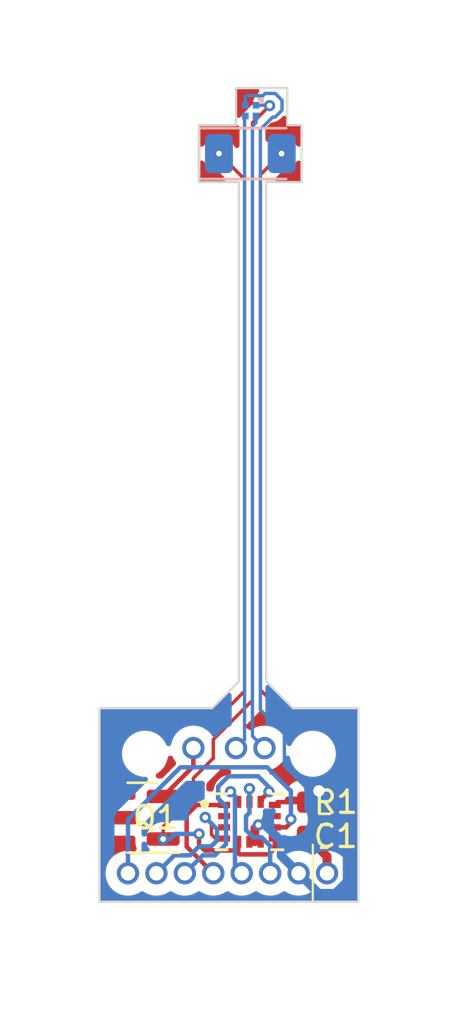
<source format=kicad_pcb>
(kicad_pcb (version 20221018) (generator pcbnew)
  (layers (0 "F.Cu" signal) (31 "B.Cu" signal) (34 "B.Paste" user) (35 "F.Paste" user) (36 "B.SilkS" user "B.Silkscreen") (37 "F.SilkS" user "F.Silkscreen") (38 "B.Mask" user) (39 "F.Mask" user) (44 "Edge.Cuts" user))
  (net 0 "")
  (net 1 "Net-(Camera_connect1-CLK)")
  (net 2 "Net-(Camera_connect1-DAT)")
  (net 3 "Net-(ICM42688P_connect1-VDD)")
  (net 4 "GND")
  (net 5 "Net-(ICM42688P_connect1-SCK)")
  (net 6 "Net-(ICM42688P_connect1-MOSI)")
  (net 7 "Net-(ICM42688P_connect1-MISO)")
  (net 8 "Net-(ICM42688P_connect1-CS)")
  (net 9 "Net-(ICM42688P_connect1-INT)")
  (net 10 "Net-(ICM42688P_connect1-CLKIN)")
  (net 14 "Net-(Camera_connect2-SW)")
  (net 15 "Net-(LED1-VDD)")
  (net 16 "Net-(LED1-VSS)")
  (footprint "Resistor_SMD:R_0603_1608Metric" (layer "F.Cu") (at 105.9325 66.294 180)
    (fp_text reference "R1" (at -0.508 0) (layer "F.SilkS"))
    (fp_text value "50" hide)
    (fp_line (start -0.237258 -0.5225) (end 0.237258 -0.5225) (stroke (width 0.12)) (layer "F.SilkS"))
    (fp_line (start -0.237258 0.5225) (end 0.237258 0.5225) (stroke (width 0.12)) (layer "F.SilkS"))
    (pad "1" smd roundrect (at -0.825 0 180) (size 0.8 0.95) (layers "F.Cu" "F.Paste" "F.Mask") (net 16 "Net-(LED1-VSS)"))
    (pad "2" smd roundrect (at 0.825 0 180) (size 0.8 0.95) (layers "F.Cu" "F.Paste" "F.Mask") (net 4 "GND"))
  )
  (footprint "ICM-42688-P:PQFN50P300X250X97-14N" (layer "F.Cu") (at 102.5802 67.171)
    (fp_text reference "U1" hide)
    (fp_text value "ICM-42688-P" hide)
    (fp_line (start -1.5 -1.25) (end -0.99 -1.25) (stroke (width 0.127)) (layer "F.SilkS"))
    (fp_line (start -1.5 1.25) (end -0.99 1.25) (stroke (width 0.127)) (layer "F.SilkS"))
    (fp_line (start 0.99 -1.25) (end 1.5 -1.25) (stroke (width 0.127)) (layer "F.SilkS"))
    (fp_line (start 1.5 1.25) (end 0.99 1.25) (stroke (width 0.127)) (layer "F.SilkS"))
    (fp_circle (center -2 -0.8) (end -1.9 -0.8) (stroke (width 0.2)) (fill none) (layer "F.SilkS"))
    (pad "1" smd rect (at -1.1303 -0.75) (size 0.5334 0.28) (layers "F.Cu" "F.Paste" "F.Mask") (net 7 "Net-(ICM42688P_connect1-MISO)"))
    (pad "2" smd rect (at -1.1303 -0.25) (size 0.5334 0.28) (layers "F.Cu" "F.Paste" "F.Mask"))
    (pad "3" smd rect (at -1.1303 0.25) (size 0.5334 0.28) (layers "F.Cu" "F.Paste" "F.Mask"))
    (pad "4" smd rect (at -1.1303 0.75) (size 0.5334 0.28) (layers "F.Cu" "F.Paste" "F.Mask") (net 9 "Net-(ICM42688P_connect1-INT)"))
    (pad "5" smd rect (at -0.5 0.889 90) (size 0.5334 0.28) (layers "F.Cu" "F.Paste" "F.Mask") (net 3 "Net-(ICM42688P_connect1-VDD)"))
    (pad "6" smd rect (at 0 0.889 90) (size 0.5334 0.28) (layers "F.Cu" "F.Paste" "F.Mask") (net 4 "GND"))
    (pad "7" smd rect (at 0.5 0.889 90) (size 0.5334 0.28) (layers "F.Cu" "F.Paste" "F.Mask") (net 4 "GND"))
    (pad "8" smd rect (at 1.1303 0.75 180) (size 0.5334 0.28) (layers "F.Cu" "F.Paste" "F.Mask") (net 3 "Net-(ICM42688P_connect1-VDD)"))
    (pad "9" smd rect (at 1.1303 0.25 180) (size 0.5334 0.28) (layers "F.Cu" "F.Paste" "F.Mask") (net 10 "Net-(ICM42688P_connect1-CLKIN)"))
    (pad "10" smd rect (at 1.1303 -0.25 180) (size 0.5334 0.28) (layers "F.Cu" "F.Paste" "F.Mask"))
    (pad "11" smd rect (at 1.1303 -0.75 180) (size 0.5334 0.28) (layers "F.Cu" "F.Paste" "F.Mask") (net 4 "GND"))
    (pad "12" smd rect (at 0.5 -0.889 270) (size 0.5334 0.28) (layers "F.Cu" "F.Paste" "F.Mask") (net 8 "Net-(ICM42688P_connect1-CS)"))
    (pad "13" smd rect (at 0 -0.889 270) (size 0.5334 0.28) (layers "F.Cu" "F.Paste" "F.Mask") (net 5 "Net-(ICM42688P_connect1-SCK)"))
    (pad "14" smd rect (at -0.5 -0.889 270) (size 0.5334 0.28) (layers "F.Cu" "F.Paste" "F.Mask") (net 6 "Net-(ICM42688P_connect1-MOSI)"))
  )
  (footprint "Bat_tag_Library:Mecha_Pad" (layer "F.Cu") (at 97.917 64.135)
    (fp_text reference "REF**" hide)
    (fp_text value "Mecha_Pad" hide)
    (pad "" np_thru_hole circle (at 0 0) (size 1.8 1.8) (drill 1.8) (layers "F&B.Cu" "*.Mask"))
  )
  (footprint "Capacitor_SMD:C_0603_1608Metric" (layer "F.Cu") (at 105.9195 67.818 180)
    (fp_text reference "C1" (at -0.5065 0) (layer "F.SilkS"))
    (fp_text value "C" hide)
    (fp_line (start -0.14058 -0.51) (end 0.14058 -0.51) (stroke (width 0.12)) (layer "F.SilkS"))
    (fp_line (start -0.14058 0.51) (end 0.14058 0.51) (stroke (width 0.12)) (layer "F.SilkS"))
    (pad "1" smd roundrect (at -0.775 0 180) (size 0.9 0.95) (layers "F.Cu" "F.Paste" "F.Mask") (net 4 "GND"))
    (pad "2" smd roundrect (at 0.775 0 180) (size 0.9 0.95) (layers "F.Cu" "F.Paste" "F.Mask") (net 3 "Net-(ICM42688P_connect1-VDD)"))
  )
  (footprint "Package_TO_SOT_SMD:SOT-23" (layer "F.Cu") (at 97.79 66.99 180)
    (fp_text reference "Q1" (at -0.5865 0) (layer "F.SilkS"))
    (fp_text value "NMOS" hide)
    (fp_line (start 0 -1.56) (end -1.675 -1.56) (stroke (width 0.12)) (layer "F.SilkS"))
    (fp_line (start 0 -1.56) (end 0.65 -1.56) (stroke (width 0.12)) (layer "F.SilkS"))
    (fp_line (start 0 1.56) (end -0.65 1.56) (stroke (width 0.12)) (layer "F.SilkS"))
    (fp_line (start 0 1.56) (end 0.65 1.56) (stroke (width 0.12)) (layer "F.SilkS"))
    (pad "1" smd roundrect (at -0.9375 -0.95 180) (size 1.475 0.6) (layers "F.Cu" "F.Paste" "F.Mask") (net 3 "Net-(ICM42688P_connect1-VDD)"))
    (pad "2" smd roundrect (at -0.9375 0.95 180) (size 1.475 0.6) (layers "F.Cu" "F.Paste" "F.Mask") (net 14 "Net-(Camera_connect2-SW)"))
    (pad "3" smd roundrect (at 0.9375 0 180) (size 1.475 0.6) (layers "F.Cu" "F.Paste" "F.Mask") (net 15 "Net-(LED1-VDD)"))
  )
  (footprint "Bat_tag_Library:ICM42688P_connect" (layer "F.Cu") (at 106.045 69.469 -90)
    (fp_text reference "ICM42688P_connect1" hide)
    (fp_text value "~" hide)
    (fp_line (start -1.27 0.635) (end 1.27 0.635) (stroke (width 0.1)) (layer "F.SilkS"))
    (pad "1" thru_hole circle (at 0 0 270) (size 1 1) (drill 0.65) (layers "*.Cu" "*.Mask") (net 3 "Net-(ICM42688P_connect1-VDD)"))
    (pad "2" thru_hole circle (at 0 1.27 270) (size 1 1) (drill 0.65) (layers "*.Cu" "*.Mask") (net 4 "GND"))
    (pad "3" thru_hole circle (at 0 2.54 270) (size 1 1) (drill 0.65) (layers "*.Cu" "*.Mask") (net 5 "Net-(ICM42688P_connect1-SCK)"))
    (pad "4" thru_hole circle (at 0 3.81 270) (size 1 1) (drill 0.65) (layers "*.Cu" "*.Mask") (net 6 "Net-(ICM42688P_connect1-MOSI)"))
    (pad "5" thru_hole circle (at 0 5.08 270) (size 1 1) (drill 0.65) (layers "*.Cu" "*.Mask") (net 7 "Net-(ICM42688P_connect1-MISO)"))
    (pad "6" thru_hole circle (at 0 6.35 270) (size 1 1) (drill 0.65) (layers "*.Cu" "*.Mask") (net 8 "Net-(ICM42688P_connect1-CS)"))
    (pad "7" thru_hole circle (at 0 7.62 270) (size 1 1) (drill 0.65) (layers "*.Cu" "*.Mask") (net 9 "Net-(ICM42688P_connect1-INT)"))
    (pad "8" thru_hole circle (at 0 8.89 270) (size 1 1) (drill 0.65) (layers "*.Cu" "*.Mask") (net 10 "Net-(ICM42688P_connect1-CLKIN)"))
  )
  (footprint "Bat_tag_Library:camera_connect" (layer "F.Cu") (at 103.251 63.881 -90)
    (fp_text reference "Camera_connect1" hide)
    (fp_text value "~")
    (pad "1" thru_hole circle (at 0 0 270) (size 1 1) (drill 0.65) (layers "*.Cu" "*.Mask") (net 1 "Net-(Camera_connect1-CLK)"))
    (pad "2" thru_hole circle (at 0 1.27 270) (size 1 1) (drill 0.65) (layers "*.Cu" "*.Mask") (net 2 "Net-(Camera_connect1-DAT)"))
  )
  (footprint "Bat_tag_Library:Mecha_Pad" (layer "F.Cu") (at 105.41 64.135)
    (fp_text reference "REF**" hide)
    (fp_text value "Mecha_Pad" hide)
    (pad "" np_thru_hole circle (at 0 0) (size 1.8 1.8) (drill 1.8) (layers "F&B.Cu" "*.Mask"))
  )
  (footprint "Bat_tag_Library:LED_switch" (layer "F.Cu") (at 100.076 63.881)
    (fp_text reference "Camera_connect2" hide)
    (fp_text value "LED_switch" hide)
    (pad "1" thru_hole circle (at 0 0) (size 1 1) (drill 0.65) (layers "*.Cu" "*.Mask") (net 14 "Net-(Camera_connect2-SW)"))
  )
  (footprint "LED_SMD:LED_1206_3216Metric" (layer "B.Cu") (at 102.619 37.338)
    (fp_text reference "LED1" hide)
    (fp_text value "~")
    (fp_line (start -2.285 -1.135) (end 1.6 -1.135) (stroke (width 0.12)) (layer "B.SilkS"))
    (fp_line (start -2.285 1.135) (end -2.285 -1.135) (stroke (width 0.12)) (layer "B.SilkS"))
    (fp_line (start 1.6 1.135) (end -2.285 1.135) (stroke (width 0.12)) (layer "B.SilkS"))
    (pad "1" smd roundrect (at -1.4 0) (size 1.25 1.75) (layers "B.Cu" "B.Paste" "B.Mask") (roundrect_rratio 0.2) (net 15 "Net-(LED1-VDD)"))
    (pad "2" smd roundrect (at 1.4 0) (size 1.25 1.75) (layers "B.Cu" "B.Paste" "B.Mask") (roundrect_rratio 0.2) (net 16 "Net-(LED1-VSS)"))
  )
  (footprint "Bat_tag_Library:NanEyeC" (layer "B.Cu") (at 102.633 35.419 -90)
    (fp_text reference "NanEyeC1" hide)
    (fp_text value "~")
    (fp_poly (pts (xy -0.54 -0.34) (xy -0.54 -0.54) (xy -0.34 -0.54)) (stroke (width 0.1)) (fill solid) (layer "B.SilkS"))
    (pad "A1" smd rect (at -0.24 -0.24 270) (size 0.3 0.3) (layers "B.Cu" "B.Paste" "B.Mask") (net 3 "Net-(ICM42688P_connect1-VDD)"))
    (pad "A2" smd rect (at -0.24 0.24 270) (size 0.3 0.3) (layers "B.Cu" "B.Paste" "B.Mask") (net 4 "GND"))
    (pad "B1" smd rect (at 0.24 -0.24 270) (size 0.3 0.3) (layers "B.Cu" "B.Paste" "B.Mask") (net 1 "Net-(Camera_connect1-CLK)"))
    (pad "B2" smd rect (at 0.24 0.24 270) (size 0.3 0.3) (layers "B.Cu" "B.Paste" "B.Mask") (net 2 "Net-(Camera_connect1-DAT)"))
  )
  (gr_line (start 104.267 34.417) (end 104.267 36.068) (stroke (width 0.1)) (layer "Edge.Cuts"))
  (gr_line (start 95.885 62.103) (end 95.885 70.739) (stroke (width 0.1)) (layer "Edge.Cuts"))
  (gr_line (start 107.442 62.103) (end 104.521 62.103) (stroke (width 0.1)) (layer "Edge.Cuts"))
  (gr_line (start 100.9142 62.103) (end 102.108 60.9092) (stroke (width 0.1)) (layer "Edge.Cuts"))
  (gr_line (start 100.9142 62.103) (end 95.885 62.103) (stroke (width 0.1)) (layer "Edge.Cuts"))
  (gr_line (start 95.885 70.739) (end 107.442 70.739) (stroke (width 0.1)) (layer "Edge.Cuts"))
  (gr_line (start 104.902 38.608) (end 104.902 36.068) (stroke (width 0.1)) (layer "Edge.Cuts"))
  (gr_line (start 101.981 36.068) (end 100.33 36.068) (stroke (width 0.1)) (layer "Edge.Cuts"))
  (gr_line (start 103.3272 60.9092) (end 103.3272 38.608) (stroke (width 0.1)) (layer "Edge.Cuts"))
  (gr_line (start 104.267 34.417) (end 101.981 34.417) (stroke (width 0.1)) (layer "Edge.Cuts"))
  (gr_line (start 103.3272 38.608) (end 104.902 38.608) (stroke (width 0.1)) (layer "Edge.Cuts"))
  (gr_line (start 100.33 36.068) (end 100.33 38.608) (stroke (width 0.1)) (layer "Edge.Cuts"))
  (gr_line (start 104.521 62.103) (end 103.3272 60.9092) (stroke (width 0.1)) (layer "Edge.Cuts"))
  (gr_line (start 104.902 36.068) (end 104.267 36.068) (stroke (width 0.1)) (layer "Edge.Cuts"))
  (gr_line (start 100.33 38.608) (end 102.108 38.608) (stroke (width 0.1)) (layer "Edge.Cuts"))
  (gr_line (start 102.108 38.608) (end 102.108 60.9092) (stroke (width 0.1)) (layer "Edge.Cuts"))
  (gr_line (start 101.981 34.417) (end 101.981 36.068) (stroke (width 0.1)) (layer "Edge.Cuts"))
  (gr_line (start 107.442 70.739) (end 107.442 62.103) (stroke (width 0.1)) (layer "Edge.Cuts"))
  (segment (start 102.873 35.9576) (end 102.873 35.659) (width 0.1524) (layer "B.Cu") (net 1))
  (segment (start 103.251 63.881) (end 102.7144 63.3444) (width 0.1524) (layer "B.Cu") (net 1))
  (segment (start 102.7144 36.1162) (end 102.873 35.9576) (width 0.1524) (layer "B.Cu") (net 1))
  (segment (start 102.7144 63.3444) (end 102.7144 36.1162) (width 0.1524) (layer "B.Cu") (net 1))
  (segment (start 101.981 63.881) (end 102.1145 63.7475) (width 0.2) (layer "B.Cu") (net 2))
  (segment (start 102.362 35.69) (end 102.393 35.659) (width 0.1524) (layer "B.Cu") (net 2))
  (segment (start 102.362 63.5) (end 102.362 35.69) (width 0.1524) (layer "B.Cu") (net 2))
  (segment (start 102.1145 63.7475) (end 102.362 63.5) (width 0.1524) (layer "B.Cu") (net 2))
  (segment (start 102.7144 35.963696) (end 102.7144 61.7506) (width 0.1524) (layer "F.Cu") (net 3))
  (segment (start 100.965 64.334528) (end 100.076 65.223528) (width 0.1524) (layer "F.Cu") (net 3))
  (segment (start 100.584 68.453) (end 101.894307 68.453) (width 0.2) (layer "F.Cu") (net 3))
  (segment (start 105.0415 67.921) (end 103.7105 67.921) (width 0.2) (layer "F.Cu") (net 3))
  (segment (start 100.330129 67.714407) (end 100.330129 68.199129) (width 0.2) (layer "F.Cu") (net 3))
  (segment (start 101.894307 68.453) (end 102.0802 68.267107) (width 0.2) (layer "F.Cu") (net 3))
  (segment (start 100.330129 68.199129) (end 100.584 68.453) (width 0.2) (layer "F.Cu") (net 3))
  (segment (start 105.2345 67.908) (end 105.2345 67.818) (width 0.4) (layer "F.Cu") (net 3))
  (segment (start 103.7105 68.355775) (end 103.7105 67.921) (width 0.2) (layer "F.Cu") (net 3))
  (segment (start 102.1402 68.6267) (end 103.439575 68.6267) (width 0.2) (layer "F.Cu") (net 3))
  (segment (start 102.0802 68.06) (end 102.0802 68.5667) (width 0.2) (layer "F.Cu") (net 3))
  (segment (start 106.045 69.469) (end 106.045 68.7185) (width 0.4) (layer "F.Cu") (net 3))
  (segment (start 102.7144 61.7506) (end 100.965 63.5) (width 0.1524) (layer "F.Cu") (net 3))
  (segment (start 106.045 68.7185) (end 105.2345 67.908) (width 0.4) (layer "F.Cu") (net 3))
  (segment (start 105.1445 67.818) (end 105.0415 67.921) (width 0.2) (layer "F.Cu") (net 3))
  (segment (start 102.0802 68.5667) (end 102.1402 68.6267) (width 0.2) (layer "F.Cu") (net 3))
  (segment (start 98.7275 67.3885) (end 98.7275 67.94) (width 0.1524) (layer "F.Cu") (net 3))
  (segment (start 100.076 66.04) (end 98.7275 67.3885) (width 0.1524) (layer "F.Cu") (net 3))
  (segment (start 100.076 65.223528) (end 100.076 66.04) (width 0.1524) (layer "F.Cu") (net 3))
  (segment (start 100.965 63.5) (end 100.965 64.334528) (width 0.1524) (layer "F.Cu") (net 3))
  (segment (start 105.1445 67.818) (end 105.1445 67.818) (width 0.4) (layer "F.Cu") (net 3))
  (segment (start 103.439575 68.6267) (end 103.7105 68.355775) (width 0.2) (layer "F.Cu") (net 3))
  (segment (start 102.0802 68.267107) (end 102.0802 68.06) (width 0.2) (layer "F.Cu") (net 3))
  (segment (start 103.479758 35.198338) (end 102.7144 35.963696) (width 0.1524) (layer "F.Cu") (net 3))
  (segment (start 105.2345 67.818) (end 105.1445 67.818) (width 0.4) (layer "F.Cu") (net 3))
  (segment (start 105.1445 67.818) (end 104.987725 67.974775) (width 0.2) (layer "F.Cu") (net 3))
  (via (at 103.479758 35.198338) (size 0.508) (drill 0.254) (layers "F.Cu" "B.Cu") (net 3))
  (via (at 100.330129 67.714407) (size 0.508) (drill 0.254) (layers "F.Cu" "B.Cu") (net 3))
  (via (at 98.7275 67.944488) (size 0.508) (drill 0.254) (layers "F.Cu" "B.Cu") (net 3))
  (segment (start 100.330129 67.714407) (end 99.241886 67.714407) (width 0.2) (layer "B.Cu") (net 3))
  (segment (start 103.46042 35.179) (end 103.479758 35.198338) (width 0.1524) (layer "B.Cu") (net 3))
  (segment (start 99.241886 67.714407) (end 99.011805 67.944488) (width 0.2) (layer "B.Cu") (net 3))
  (segment (start 99.011805 67.944488) (end 98.7275 67.944488) (width 0.2) (layer "B.Cu") (net 3))
  (segment (start 102.873 35.179) (end 103.46042 35.179) (width 0.1524) (layer "B.Cu") (net 3))
  (segment (start 105.611635 65.789865) (end 105.1075 66.294) (width 0.4) (layer "F.Cu") (net 4))
  (segment (start 102.5802 68.06) (end 102.8215 68.06) (width 0.2) (layer "F.Cu") (net 4))
  (segment (start 102.980761 67.309894) (end 102.8215 67.469155) (width 0.4) (layer "F.Cu") (net 4))
  (segment (start 105.1075 66.294) (end 103.8375 66.294) (width 0.2) (layer "F.Cu") (net 4))
  (segment (start 103.8375 66.294) (end 103.7105 66.421) (width 0.2) (layer "F.Cu") (net 4))
  (segment (start 105.1075 66.294) (end 105.1705 66.294) (width 0.4) (layer "F.Cu") (net 4))
  (segment (start 102.8215 68.06) (end 103.0802 68.06) (width 0.2) (layer "F.Cu") (net 4))
  (segment (start 102.8215 67.469155) (end 102.8215 68.06) (width 0.4) (layer "F.Cu") (net 4))
  (segment (start 105.1705 66.294) (end 106.6945 67.818) (width 0.4) (layer "F.Cu") (net 4))
  (segment (start 105.679403 65.789865) (end 105.611635 65.789865) (width 0.4) (layer "F.Cu") (net 4))
  (via (at 105.679403 65.789865) (size 1.016) (drill 0.508) (layers "F.Cu" "B.Cu") (net 4))
  (via (at 102.980761 67.309894) (size 0.508) (drill 0.254) (layers "F.Cu" "B.Cu") (net 4))
  (segment (start 103.2745 67.309894) (end 104.005 68.040394) (width 0.4) (layer "B.Cu") (net 4))
  (segment (start 104.775 69.466207) (end 104.775 69.469) (width 0.4) (layer "B.Cu") (net 4))
  (segment (start 104.0352 34.959383) (end 103.724617 34.6488) (width 0.1524) (layer "B.Cu") (net 4))
  (segment (start 104.005 68.696207) (end 104.775 69.466207) (width 0.4) (layer "B.Cu") (net 4))
  (segment (start 105.672207 70.369) (end 104.775 69.471793) (width 0.4) (layer "B.Cu") (net 4))
  (segment (start 105.259865 65.789865) (end 104.14 64.67) (width 0.1524) (layer "B.Cu") (net 4))
  (segment (start 106.945 67.055462) (end 106.945 69.841793) (width 0.4) (layer "B.Cu") (net 4))
  (segment (start 103.724617 35.7092) (end 104.0352 35.398617) (width 0.1524) (layer "B.Cu") (net 4))
  (segment (start 103.724617 34.6488) (end 103.285383 34.6488) (width 0.1524) (layer "B.Cu") (net 4))
  (segment (start 104.14 64.67) (end 104.14 63.246) (width 0.1524) (layer "B.Cu") (net 4))
  (segment (start 103.0668 36.262169) (end 103.619769 35.7092) (width 0.1524) (layer "B.Cu") (net 4))
  (segment (start 102.980761 67.309894) (end 103.2745 67.309894) (width 0.4) (layer "B.Cu") (net 4))
  (segment (start 106.945 69.841793) (end 106.417793 70.369) (width 0.4) (layer "B.Cu") (net 4))
  (segment (start 105.679403 65.789865) (end 106.945 67.055462) (width 0.4) (layer "B.Cu") (net 4))
  (segment (start 103.285383 34.6488) (end 103.181383 34.7528) (width 0.1524) (layer "B.Cu") (net 4))
  (segment (start 102.393 34.8066) (end 102.393 35.179) (width 0.1524) (layer "B.Cu") (net 4))
  (segment (start 103.0668 62.1728) (end 103.0668 36.262169) (width 0.1524) (layer "B.Cu") (net 4))
  (segment (start 104.14 63.246) (end 103.0668 62.1728) (width 0.1524) (layer "B.Cu") (net 4))
  (segment (start 102.4468 34.7528) (end 102.393 34.8066) (width 0.1524) (layer "B.Cu") (net 4))
  (segment (start 104.0352 35.398617) (end 104.0352 34.959383) (width 0.1524) (layer "B.Cu") (net 4))
  (segment (start 105.679403 65.789865) (end 105.259865 65.789865) (width 0.1524) (layer "B.Cu") (net 4))
  (segment (start 103.619769 35.7092) (end 103.724617 35.7092) (width 0.1524) (layer "B.Cu") (net 4))
  (segment (start 104.005 68.040394) (end 104.005 68.696207) (width 0.4) (layer "B.Cu") (net 4))
  (segment (start 104.775 69.471793) (end 104.775 69.469) (width 0.4) (layer "B.Cu") (net 4))
  (segment (start 103.181383 34.7528) (end 102.4468 34.7528) (width 0.1524) (layer "B.Cu") (net 4))
  (segment (start 106.417793 70.369) (end 105.672207 70.369) (width 0.4) (layer "B.Cu") (net 4))
  (segment (start 102.5802 65.693733) (end 102.5802 66.282) (width 0.2) (layer "F.Cu") (net 5))
  (segment (start 102.579967 65.6935) (end 102.5802 65.693733) (width 0.2) (layer "F.Cu") (net 5))
  (via (at 102.579967 65.6935) (size 0.508) (drill 0.254) (layers "F.Cu" "B.Cu") (net 5))
  (segment (start 102.426761 67.539369) (end 102.751286 67.863894) (width 0.2) (layer "B.Cu") (net 5))
  (segment (start 103.121394 67.863894) (end 103.505 68.2475) (width 0.2) (layer "B.Cu") (net 5))
  (segment (start 102.426761 66.921264) (end 102.426761 67.539369) (width 0.2) (layer "B.Cu") (net 5))
  (segment (start 103.505 68.2475) (end 103.505 69.469) (width 0.2) (layer "B.Cu") (net 5))
  (segment (start 102.579967 66.768058) (end 102.426761 66.921264) (width 0.2) (layer "B.Cu") (net 5))
  (segment (start 102.579967 65.6935) (end 102.579967 66.768058) (width 0.2) (layer "B.Cu") (net 5))
  (segment (start 102.751286 67.863894) (end 103.121394 67.863894) (width 0.2) (layer "B.Cu") (net 5))
  (segment (start 102.025967 66.117735) (end 102.025967 66.227767) (width 0.2) (layer "F.Cu") (net 6))
  (segment (start 101.736152 65.82792) (end 102.025967 66.117735) (width 0.2) (layer "F.Cu") (net 6))
  (segment (start 102.025967 66.227767) (end 102.0802 66.282) (width 0.2) (layer "F.Cu") (net 6))
  (via (at 101.736152 65.82792) (size 0.508) (drill 0.254) (layers "F.Cu" "B.Cu") (net 6))
  (segment (start 101.736152 65.82792) (end 101.9325 66.024268) (width 0.2) (layer "B.Cu") (net 6))
  (segment (start 101.9325 69.1665) (end 102.235 69.469) (width 0.2) (layer "B.Cu") (net 6))
  (segment (start 101.9325 66.024268) (end 101.9325 69.1665) (width 0.2) (layer "B.Cu") (net 6))
  (segment (start 101.4499 66.421) (end 100.227028 66.421) (width 0.2) (layer "F.Cu") (net 7))
  (segment (start 99.776129 66.871899) (end 99.776129 68.280129) (width 0.2) (layer "F.Cu") (net 7))
  (segment (start 99.776129 68.280129) (end 100.965 69.469) (width 0.2) (layer "F.Cu") (net 7))
  (segment (start 100.227028 66.421) (end 99.776129 66.871899) (width 0.2) (layer "F.Cu") (net 7))
  (segment (start 103.453743 65.827498) (end 103.133967 66.147274) (width 0.2) (layer "F.Cu") (net 8))
  (segment (start 103.133967 66.147274) (end 103.133967 66.228233) (width 0.2) (layer "F.Cu") (net 8))
  (segment (start 103.133967 66.228233) (end 103.0802 66.282) (width 0.2) (layer "F.Cu") (net 8))
  (via (at 103.453743 65.827498) (size 0.508) (drill 0.254) (layers "F.Cu" "B.Cu") (net 8))
  (segment (start 103.453743 65.623743) (end 102.97 65.14) (width 0.2) (layer "B.Cu") (net 8))
  (segment (start 103.453743 65.827498) (end 103.453743 65.623743) (width 0.2) (layer "B.Cu") (net 8))
  (segment (start 101.182152 65.598445) (end 101.182152 66.130152) (width 0.2) (layer "B.Cu") (net 8))
  (segment (start 101.035343 68.669) (end 100.495 68.669) (width 0.2) (layer "B.Cu") (net 8))
  (segment (start 101.5325 68.171843) (end 101.035343 68.669) (width 0.2) (layer "B.Cu") (net 8))
  (segment (start 102.97 65.14) (end 101.640597 65.14) (width 0.2) (layer "B.Cu") (net 8))
  (segment (start 101.640597 65.14) (end 101.182152 65.598445) (width 0.2) (layer "B.Cu") (net 8))
  (segment (start 101.5325 66.4805) (end 101.5325 68.171843) (width 0.2) (layer "B.Cu") (net 8))
  (segment (start 100.495 68.669) (end 99.695 69.469) (width 0.2) (layer "B.Cu") (net 8))
  (segment (start 101.182152 66.130152) (end 101.5325 66.4805) (width 0.2) (layer "B.Cu") (net 8))
  (segment (start 100.606398 66.9745) (end 100.8832 67.251302) (width 0.1524) (layer "F.Cu") (net 9))
  (segment (start 100.8832 67.7362) (end 101.092 67.945) (width 0.1524) (layer "F.Cu") (net 9))
  (segment (start 101.092 67.945) (end 101.4259 67.945) (width 0.1524) (layer "F.Cu") (net 9))
  (segment (start 101.4259 67.945) (end 101.4499 67.921) (width 0.2) (layer "F.Cu") (net 9))
  (segment (start 100.8832 67.251302) (end 100.8832 67.7362) (width 0.1524) (layer "F.Cu") (net 9))
  (via (at 100.606398 66.9745) (size 0.508) (drill 0.254) (layers "F.Cu" "B.Cu") (net 9))
  (segment (start 100.869657 68.269) (end 100.329314 68.269) (width 0.2) (layer "B.Cu") (net 9))
  (segment (start 100.606398 66.9745) (end 101.1325 67.500602) (width 0.2) (layer "B.Cu") (net 9))
  (segment (start 99.929314 68.669) (end 99.225 68.669) (width 0.2) (layer "B.Cu") (net 9))
  (segment (start 101.1325 68.006157) (end 100.869657 68.269) (width 0.2) (layer "B.Cu") (net 9))
  (segment (start 99.225 68.669) (end 98.425 69.469) (width 0.2) (layer "B.Cu") (net 9))
  (segment (start 100.329314 68.269) (end 99.929314 68.669) (width 0.2) (layer "B.Cu") (net 9))
  (segment (start 101.1325 67.500602) (end 101.1325 68.006157) (width 0.2) (layer "B.Cu") (net 9))
  (segment (start 104.430702 67.207498) (end 104.2172 67.421) (width 0.2) (layer "F.Cu") (net 10))
  (segment (start 104.2172 67.421) (end 103.7105 67.421) (width 0.2) (layer "F.Cu") (net 10))
  (segment (start 104.430702 67.05681) (end 104.430702 67.207498) (width 0.2) (layer "F.Cu") (net 10))
  (via (at 104.430702 67.05681) (size 0.508) (drill 0.254) (layers "F.Cu" "B.Cu") (net 10))
  (segment (start 104.430702 67.05681) (end 104.430702 65.800702) (width 0.2) (layer "B.Cu") (net 10))
  (segment (start 99.495013 64.74) (end 97.155 67.080013) (width 0.2) (layer "B.Cu") (net 10))
  (segment (start 104.430702 65.800702) (end 103.37 64.74) (width 0.2) (layer "B.Cu") (net 10))
  (segment (start 103.37 64.74) (end 99.495013 64.74) (width 0.2) (layer "B.Cu") (net 10))
  (segment (start 97.155 67.080013) (end 97.155 69.469) (width 0.2) (layer "B.Cu") (net 10))
  (segment (start 100.076 64.6915) (end 98.7275 66.04) (width 0.2) (layer "F.Cu") (net 14))
  (segment (start 100.076 63.881) (end 100.076 64.6915) (width 0.2) (layer "F.Cu") (net 14))
  (segment (start 101.219 37.338) (end 102.362 38.481) (width 0.1524) (layer "F.Cu") (net 15))
  (segment (start 102.362 61.341) (end 101.092 62.611) (width 0.1524) (layer "F.Cu") (net 15))
  (segment (start 96.393 66.5305) (end 96.8525 66.99) (width 0.1524) (layer "F.Cu") (net 15))
  (segment (start 102.362 38.481) (end 102.362 61.341) (width 0.1524) (layer "F.Cu") (net 15))
  (segment (start 97.409 62.611) (end 96.393 63.627) (width 0.1524) (layer "F.Cu") (net 15))
  (segment (start 96.393 63.627) (end 96.393 66.5305) (width 0.1524) (layer "F.Cu") (net 15))
  (segment (start 101.092 62.611) (end 97.409 62.611) (width 0.1524) (layer "F.Cu") (net 15))
  (via (at 101.219 37.338) (size 0.508) (drill 0.254) (layers "F.Cu" "B.Cu") (net 15))
  (segment (start 101.2675 37.3865) (end 101.219 37.338) (width 0.2) (layer "B.Cu") (net 15))
  (segment (start 103.0668 61.2838) (end 103.0668 38.2842) (width 0.1524) (layer "F.Cu") (net 16))
  (segment (start 106.934 63.5635) (end 105.9815 62.611) (width 0.1524) (layer "F.Cu") (net 16))
  (segment (start 103.0668 38.2842) (end 104.013 37.338) (width 0.1524) (layer "F.Cu") (net 16))
  (segment (start 104.394 62.611) (end 103.0668 61.2838) (width 0.1524) (layer "F.Cu") (net 16))
  (segment (start 106.7575 66.294) (end 106.934 66.1175) (width 0.1524) (layer "F.Cu") (net 16))
  (segment (start 105.9815 62.611) (end 104.394 62.611) (width 0.1524) (layer "F.Cu") (net 16))
  (segment (start 106.934 66.1175) (end 106.934 63.5635) (width 0.1524) (layer "F.Cu") (net 16))
  (via (at 104.013 37.338) (size 0.508) (drill 0.254) (layers "F.Cu" "B.Cu") (net 16))
  (segment (start 104.0615 37.3805) (end 104.019 37.338) (width 0.2) (layer "B.Cu") (net 16))
  (zone (net 4) (net_name "GND") (layer "F.Cu") (connect_pads (clearance 0.5)) (min_thickness 0.25) (fill yes (thermal_gap 0.5) (thermal_bridge_width 0.5) (island_removal_mode 1) (island_area_min 10))
    (polygon (pts (xy 91.44 30.48) (xy 91.44 76.2) (xy 111.76 76.2) (xy 111.76 30.48)))
  )
  (zone (net 4) (net_name "GND") (layer "B.Cu") (connect_pads (clearance 0.5)) (min_thickness 0.25) (fill yes (thermal_gap 0.5) (thermal_bridge_width 0.5) (island_removal_mode 1) (island_area_min 10))
    (polygon (pts (xy 91.44 30.48) (xy 91.44 76.2) (xy 111.76 76.2) (xy 111.76 30.48)))
  )
)
</source>
